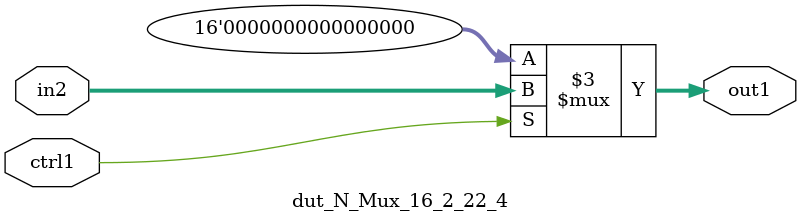
<source format=v>

`timescale 1ps / 1ps


module dut_N_Mux_16_2_22_4( in2, ctrl1, out1 );

    input [15:0] in2;
    input ctrl1;
    output [15:0] out1;
    reg [15:0] out1;

    
    // rtl_process:dut_N_Mux_16_2_22_4/dut_N_Mux_16_2_22_4_thread_1
    always @*
      begin : dut_N_Mux_16_2_22_4_thread_1
        case (ctrl1) 
          1'b1: 
            begin
              out1 = in2;
            end
          default: 
            begin
              out1 = 16'd00000;
            end
        endcase
      end

endmodule



</source>
